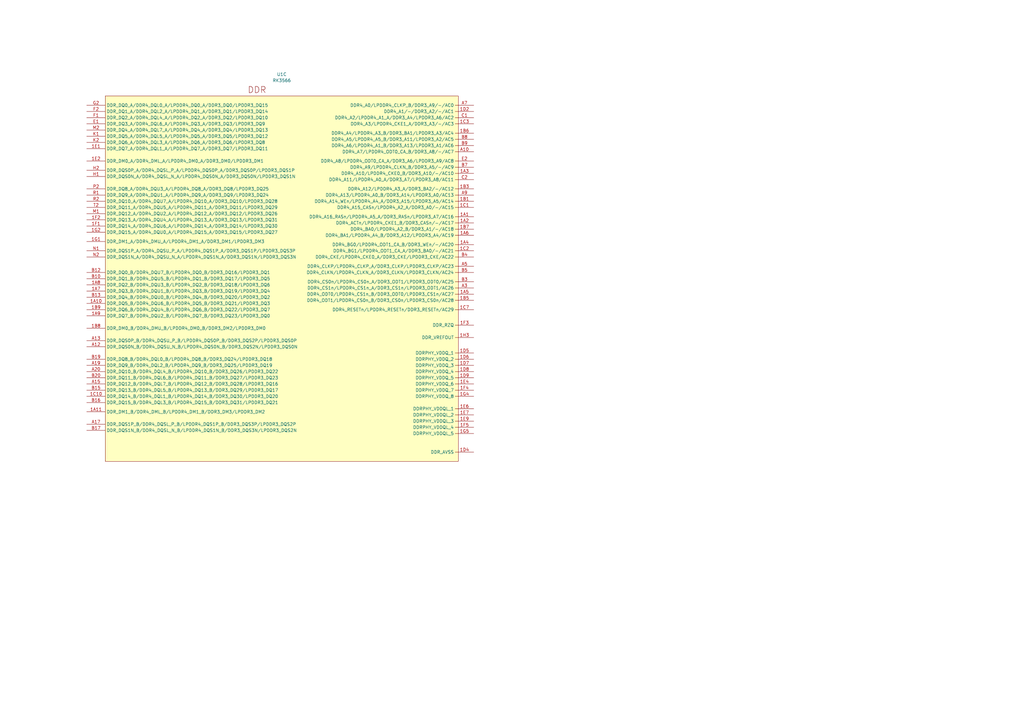
<source format=kicad_sch>
(kicad_sch (version 20250114) (generator "eeschema") (generator_version "9.0")
  (paper "A3")
  (symbol (lib_id "SMB-CPU-Rockchip-RK3566:RK3566") (at 54.61 109.22 0) (unit 3)
    (property "Reference" "U1" (at 115.57 30.48 0))
    (property "Value" "RK3566" (at 115.57 33.02 0))
  )
)
</source>
